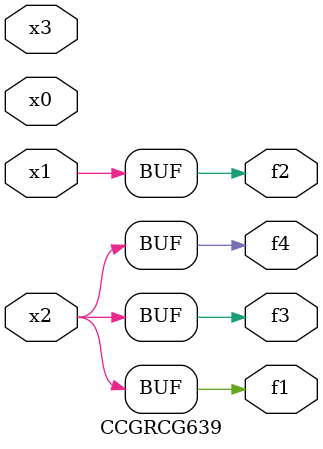
<source format=v>
module CCGRCG639(
	input x0, x1, x2, x3,
	output f1, f2, f3, f4
);
	assign f1 = x2;
	assign f2 = x1;
	assign f3 = x2;
	assign f4 = x2;
endmodule

</source>
